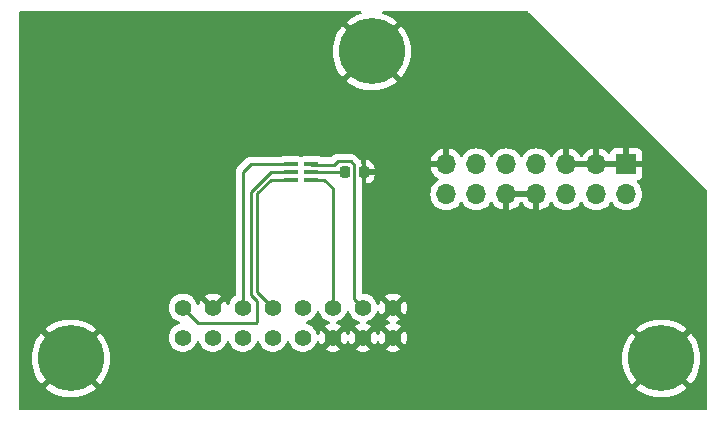
<source format=gbl>
G04 #@! TF.GenerationSoftware,KiCad,Pcbnew,7.0.8-7.0.8~ubuntu22.04.1*
G04 #@! TF.CreationDate,2024-01-26T15:51:07+01:00*
G04 #@! TF.ProjectId,rail,7261696c-2e6b-4696-9361-645f70636258,rev?*
G04 #@! TF.SameCoordinates,Original*
G04 #@! TF.FileFunction,Copper,L2,Bot*
G04 #@! TF.FilePolarity,Positive*
%FSLAX46Y46*%
G04 Gerber Fmt 4.6, Leading zero omitted, Abs format (unit mm)*
G04 Created by KiCad (PCBNEW 7.0.8-7.0.8~ubuntu22.04.1) date 2024-01-26 15:51:07*
%MOMM*%
%LPD*%
G01*
G04 APERTURE LIST*
G04 Aperture macros list*
%AMRoundRect*
0 Rectangle with rounded corners*
0 $1 Rounding radius*
0 $2 $3 $4 $5 $6 $7 $8 $9 X,Y pos of 4 corners*
0 Add a 4 corners polygon primitive as box body*
4,1,4,$2,$3,$4,$5,$6,$7,$8,$9,$2,$3,0*
0 Add four circle primitives for the rounded corners*
1,1,$1+$1,$2,$3*
1,1,$1+$1,$4,$5*
1,1,$1+$1,$6,$7*
1,1,$1+$1,$8,$9*
0 Add four rect primitives between the rounded corners*
20,1,$1+$1,$2,$3,$4,$5,0*
20,1,$1+$1,$4,$5,$6,$7,0*
20,1,$1+$1,$6,$7,$8,$9,0*
20,1,$1+$1,$8,$9,$2,$3,0*%
G04 Aperture macros list end*
G04 #@! TA.AperFunction,ComponentPad*
%ADD10C,3.600000*%
G04 #@! TD*
G04 #@! TA.AperFunction,ConnectorPad*
%ADD11C,5.600000*%
G04 #@! TD*
G04 #@! TA.AperFunction,ComponentPad*
%ADD12C,1.397000*%
G04 #@! TD*
G04 #@! TA.AperFunction,ComponentPad*
%ADD13R,1.700000X1.700000*%
G04 #@! TD*
G04 #@! TA.AperFunction,ComponentPad*
%ADD14O,1.700000X1.700000*%
G04 #@! TD*
G04 #@! TA.AperFunction,SMDPad,CuDef*
%ADD15R,1.157199X0.354800*%
G04 #@! TD*
G04 #@! TA.AperFunction,SMDPad,CuDef*
%ADD16RoundRect,0.218750X0.218750X0.256250X-0.218750X0.256250X-0.218750X-0.256250X0.218750X-0.256250X0*%
G04 #@! TD*
G04 #@! TA.AperFunction,ViaPad*
%ADD17C,0.800000*%
G04 #@! TD*
G04 #@! TA.AperFunction,Conductor*
%ADD18C,0.250000*%
G04 #@! TD*
G04 APERTURE END LIST*
D10*
X107850000Y-50700000D03*
D11*
X107850000Y-50700000D03*
D12*
X109630000Y-72400000D03*
X107090000Y-72400000D03*
X104550000Y-72400000D03*
X102010000Y-72400000D03*
X99470000Y-72400000D03*
X96930000Y-72400000D03*
X94390000Y-72400000D03*
X91850000Y-72400000D03*
X109630000Y-74940000D03*
X107090000Y-74940000D03*
X104550000Y-74940000D03*
X102010000Y-74940000D03*
X99470000Y-74940000D03*
X96930000Y-74940000D03*
X94390000Y-74940000D03*
X91850000Y-74940000D03*
D10*
X132350000Y-76700000D03*
D11*
X132350000Y-76700000D03*
D10*
X82350000Y-76700000D03*
D11*
X82350000Y-76700000D03*
D13*
X129390000Y-60260000D03*
D14*
X129390000Y-62800000D03*
X126850000Y-60260000D03*
X126850000Y-62800000D03*
X124310000Y-60260000D03*
X124310000Y-62800000D03*
X121770000Y-60260000D03*
X121770000Y-62800000D03*
X119230000Y-60260000D03*
X119230000Y-62800000D03*
X116690000Y-60260000D03*
X116690000Y-62800000D03*
X114150000Y-60260000D03*
X114150000Y-62800000D03*
D15*
X102726300Y-60250001D03*
X102726300Y-60900000D03*
X102726300Y-61549999D03*
X100973700Y-61549999D03*
X100973700Y-60900000D03*
X100973700Y-60250001D03*
D16*
X107137500Y-60900000D03*
X105562500Y-60900000D03*
D17*
X79650000Y-63800000D03*
X114350000Y-55200000D03*
X84650000Y-68800000D03*
X79650000Y-68800000D03*
X89650000Y-48800000D03*
X84650000Y-48800000D03*
X128550000Y-71200000D03*
X89650000Y-68800000D03*
X119350000Y-55200000D03*
X89650000Y-58800000D03*
X114350000Y-71100000D03*
X79650000Y-58800000D03*
X94650000Y-68800000D03*
X119350000Y-50200000D03*
X94650000Y-63800000D03*
X133550000Y-66200000D03*
X119350000Y-66100000D03*
X126750000Y-74500000D03*
X133550000Y-71200000D03*
X94650000Y-53800000D03*
X84650000Y-63800000D03*
X89650000Y-53800000D03*
X126750000Y-79500000D03*
X94650000Y-48800000D03*
X79650000Y-53800000D03*
X84650000Y-53800000D03*
X114350000Y-50200000D03*
X121750000Y-74500000D03*
X84650000Y-58800000D03*
X89650000Y-63800000D03*
X128550000Y-66200000D03*
X121750000Y-79500000D03*
X79650000Y-48800000D03*
X112550000Y-74400000D03*
X94650000Y-58800000D03*
D18*
X105562500Y-60900000D02*
X102726300Y-60900000D01*
X106050000Y-60000000D02*
X104950000Y-60000000D01*
X104950000Y-60000000D02*
X104650000Y-60300000D01*
X107090000Y-72400000D02*
X106350000Y-71660000D01*
X106350000Y-71660000D02*
X106350000Y-60300000D01*
X102776299Y-60300000D02*
X102726300Y-60250001D01*
X106350000Y-60300000D02*
X106050000Y-60000000D01*
X104650000Y-60300000D02*
X102776299Y-60300000D01*
X103799999Y-61549999D02*
X102726300Y-61549999D01*
X104550000Y-62300000D02*
X103799999Y-61549999D01*
X104550000Y-72400000D02*
X104550000Y-62300000D01*
X99470000Y-72400000D02*
X98150000Y-71080000D01*
X99300001Y-61549999D02*
X100973700Y-61549999D01*
X98150000Y-62700000D02*
X99300001Y-61549999D01*
X98150000Y-71080000D02*
X98150000Y-62700000D01*
X96930000Y-72400000D02*
X96930000Y-60920000D01*
X97599999Y-60250001D02*
X100973700Y-60250001D01*
X96930000Y-60920000D02*
X97599999Y-60250001D01*
X98150000Y-73600000D02*
X98150000Y-71800000D01*
X97650000Y-71300000D02*
X97650000Y-62563604D01*
X98150000Y-71800000D02*
X97650000Y-71300000D01*
X98050000Y-73700000D02*
X98150000Y-73600000D01*
X97650000Y-62563604D02*
X99313604Y-60900000D01*
X99313604Y-60900000D02*
X100973700Y-60900000D01*
X91850000Y-72400000D02*
X93150000Y-73700000D01*
X93150000Y-73700000D02*
X98050000Y-73700000D01*
G04 #@! TA.AperFunction,Conductor*
G36*
X103330562Y-72657601D02*
G01*
X103383749Y-72702911D01*
X103399266Y-72736890D01*
X103427174Y-72834979D01*
X103427180Y-72834994D01*
X103526222Y-73033896D01*
X103660133Y-73211224D01*
X103824344Y-73360921D01*
X103824346Y-73360923D01*
X104013266Y-73477897D01*
X104013272Y-73477900D01*
X104027544Y-73483429D01*
X104211367Y-73554642D01*
X104266766Y-73597214D01*
X104290357Y-73662981D01*
X104274646Y-73731061D01*
X104224622Y-73779840D01*
X104211365Y-73785894D01*
X104013506Y-73862545D01*
X104013494Y-73862551D01*
X103897760Y-73934208D01*
X104466602Y-74503049D01*
X104417501Y-74510450D01*
X104296776Y-74568588D01*
X104198550Y-74659728D01*
X104131553Y-74775772D01*
X104113093Y-74856645D01*
X103542210Y-74285762D01*
X103526651Y-74306367D01*
X103526646Y-74306374D01*
X103427649Y-74505186D01*
X103427644Y-74505199D01*
X103399526Y-74604024D01*
X103362246Y-74663117D01*
X103298937Y-74692674D01*
X103229697Y-74683312D01*
X103176511Y-74638002D01*
X103160994Y-74604023D01*
X103134370Y-74510450D01*
X103132824Y-74505016D01*
X103132818Y-74505004D01*
X103080198Y-74399329D01*
X103033778Y-74306104D01*
X102939433Y-74181171D01*
X102899866Y-74128775D01*
X102735655Y-73979078D01*
X102735653Y-73979076D01*
X102546733Y-73862102D01*
X102546727Y-73862100D01*
X102349322Y-73785624D01*
X102293925Y-73743054D01*
X102270334Y-73677287D01*
X102286045Y-73609207D01*
X102336069Y-73560428D01*
X102349308Y-73554380D01*
X102546730Y-73477899D01*
X102735655Y-73360922D01*
X102899868Y-73211222D01*
X103033778Y-73033896D01*
X103132824Y-72834984D01*
X103160734Y-72736889D01*
X103198013Y-72677796D01*
X103261323Y-72648239D01*
X103330562Y-72657601D01*
G37*
G04 #@! TD.AperFunction*
G04 #@! TA.AperFunction,Conductor*
G36*
X105870562Y-72657601D02*
G01*
X105923749Y-72702911D01*
X105939266Y-72736890D01*
X105967174Y-72834979D01*
X105967180Y-72834994D01*
X106066222Y-73033896D01*
X106200133Y-73211224D01*
X106364344Y-73360921D01*
X106364346Y-73360923D01*
X106553266Y-73477897D01*
X106553272Y-73477900D01*
X106567544Y-73483429D01*
X106751367Y-73554642D01*
X106806766Y-73597214D01*
X106830357Y-73662981D01*
X106814646Y-73731061D01*
X106764622Y-73779840D01*
X106751365Y-73785894D01*
X106553506Y-73862545D01*
X106553494Y-73862551D01*
X106437760Y-73934208D01*
X107006602Y-74503049D01*
X106957501Y-74510450D01*
X106836776Y-74568588D01*
X106738550Y-74659728D01*
X106671553Y-74775772D01*
X106653093Y-74856645D01*
X106082210Y-74285762D01*
X106066651Y-74306367D01*
X106066646Y-74306374D01*
X105967649Y-74505186D01*
X105967644Y-74505199D01*
X105939266Y-74604939D01*
X105901987Y-74664032D01*
X105838677Y-74693589D01*
X105769437Y-74684227D01*
X105716251Y-74638917D01*
X105700734Y-74604939D01*
X105672355Y-74505199D01*
X105672350Y-74505186D01*
X105573351Y-74306370D01*
X105573349Y-74306367D01*
X105557788Y-74285762D01*
X104989319Y-74854232D01*
X104988251Y-74839972D01*
X104939297Y-74715240D01*
X104855752Y-74610478D01*
X104745040Y-74534996D01*
X104635301Y-74501145D01*
X105202238Y-73934208D01*
X105086503Y-73862550D01*
X105086495Y-73862546D01*
X104888634Y-73785894D01*
X104833232Y-73743322D01*
X104809642Y-73677555D01*
X104825353Y-73609474D01*
X104875377Y-73560696D01*
X104888615Y-73554649D01*
X105086730Y-73477899D01*
X105275655Y-73360922D01*
X105439868Y-73211222D01*
X105573778Y-73033896D01*
X105672824Y-72834984D01*
X105700734Y-72736889D01*
X105738013Y-72677796D01*
X105801323Y-72648239D01*
X105870562Y-72657601D01*
G37*
G04 #@! TD.AperFunction*
G04 #@! TA.AperFunction,Conductor*
G36*
X109191749Y-72500028D02*
G01*
X109240703Y-72624760D01*
X109324248Y-72729522D01*
X109434960Y-72805004D01*
X109544698Y-72838854D01*
X108977760Y-73405790D01*
X108977761Y-73405791D01*
X109093488Y-73477445D01*
X109093495Y-73477449D01*
X109292058Y-73554373D01*
X109347460Y-73596946D01*
X109371050Y-73662713D01*
X109355339Y-73730794D01*
X109305315Y-73779572D01*
X109292058Y-73785627D01*
X109093497Y-73862549D01*
X109093494Y-73862551D01*
X108977760Y-73934208D01*
X109546602Y-74503049D01*
X109497501Y-74510450D01*
X109376776Y-74568588D01*
X109278550Y-74659728D01*
X109211553Y-74775772D01*
X109193093Y-74856645D01*
X108622210Y-74285762D01*
X108606651Y-74306367D01*
X108606646Y-74306374D01*
X108507649Y-74505186D01*
X108507644Y-74505199D01*
X108479266Y-74604939D01*
X108441987Y-74664032D01*
X108378677Y-74693589D01*
X108309437Y-74684227D01*
X108256251Y-74638917D01*
X108240734Y-74604939D01*
X108212355Y-74505199D01*
X108212350Y-74505186D01*
X108113351Y-74306370D01*
X108113349Y-74306367D01*
X108097788Y-74285762D01*
X107529319Y-74854232D01*
X107528251Y-74839972D01*
X107479297Y-74715240D01*
X107395752Y-74610478D01*
X107285040Y-74534996D01*
X107175301Y-74501145D01*
X107742238Y-73934208D01*
X107626503Y-73862550D01*
X107626495Y-73862546D01*
X107428634Y-73785894D01*
X107373232Y-73743322D01*
X107349642Y-73677555D01*
X107365353Y-73609474D01*
X107415377Y-73560696D01*
X107428615Y-73554649D01*
X107626730Y-73477899D01*
X107815655Y-73360922D01*
X107979868Y-73211222D01*
X108113778Y-73033896D01*
X108212824Y-72834984D01*
X108240994Y-72735975D01*
X108278273Y-72676883D01*
X108341583Y-72647325D01*
X108410822Y-72656687D01*
X108464009Y-72701997D01*
X108479526Y-72735975D01*
X108507644Y-72834800D01*
X108507649Y-72834813D01*
X108606646Y-73033626D01*
X108606651Y-73033634D01*
X108622209Y-73054235D01*
X109190680Y-72485766D01*
X109191749Y-72500028D01*
G37*
G04 #@! TD.AperFunction*
G04 #@! TA.AperFunction,Conductor*
G36*
X121310507Y-62590156D02*
G01*
X121270000Y-62728111D01*
X121270000Y-62871889D01*
X121310507Y-63009844D01*
X121336314Y-63050000D01*
X119663686Y-63050000D01*
X119689493Y-63009844D01*
X119730000Y-62871889D01*
X119730000Y-62728111D01*
X119689493Y-62590156D01*
X119663686Y-62550000D01*
X121336314Y-62550000D01*
X121310507Y-62590156D01*
G37*
G04 #@! TD.AperFunction*
G04 #@! TA.AperFunction,Conductor*
G36*
X126390507Y-60050156D02*
G01*
X126350000Y-60188111D01*
X126350000Y-60331889D01*
X126390507Y-60469844D01*
X126416314Y-60510000D01*
X124743686Y-60510000D01*
X124769493Y-60469844D01*
X124810000Y-60331889D01*
X124810000Y-60188111D01*
X124769493Y-60050156D01*
X124743686Y-60010000D01*
X126416314Y-60010000D01*
X126390507Y-60050156D01*
G37*
G04 #@! TD.AperFunction*
G04 #@! TA.AperFunction,Conductor*
G36*
X128930507Y-60050156D02*
G01*
X128890000Y-60188111D01*
X128890000Y-60331889D01*
X128930507Y-60469844D01*
X128956314Y-60510000D01*
X127283686Y-60510000D01*
X127309493Y-60469844D01*
X127350000Y-60331889D01*
X127350000Y-60188111D01*
X127309493Y-60050156D01*
X127283686Y-60010000D01*
X128956314Y-60010000D01*
X128930507Y-60050156D01*
G37*
G04 #@! TD.AperFunction*
G04 #@! TA.AperFunction,Conductor*
G36*
X106916454Y-47319685D02*
G01*
X106962209Y-47372489D01*
X106972153Y-47441647D01*
X106943128Y-47505203D01*
X106889008Y-47541509D01*
X106626744Y-47629876D01*
X106626739Y-47629877D01*
X106301990Y-47780123D01*
X105995370Y-47964609D01*
X105995367Y-47964611D01*
X105710491Y-48181166D01*
X105697256Y-48193703D01*
X105697255Y-48193703D01*
X106905819Y-49402266D01*
X106715130Y-49565130D01*
X106552266Y-49755818D01*
X105346442Y-48549994D01*
X105346441Y-48549995D01*
X105219040Y-48699983D01*
X105219033Y-48699993D01*
X105018218Y-48996172D01*
X104850606Y-49312322D01*
X104850597Y-49312340D01*
X104718149Y-49644760D01*
X104718147Y-49644767D01*
X104622421Y-49989542D01*
X104622415Y-49989568D01*
X104564527Y-50342668D01*
X104564526Y-50342685D01*
X104545153Y-50699997D01*
X104545153Y-50700002D01*
X104564526Y-51057314D01*
X104564527Y-51057331D01*
X104622415Y-51410431D01*
X104622421Y-51410457D01*
X104718147Y-51755232D01*
X104718149Y-51755239D01*
X104850597Y-52087659D01*
X104850606Y-52087677D01*
X105018218Y-52403827D01*
X105219033Y-52700007D01*
X105346441Y-52850003D01*
X105346442Y-52850004D01*
X106552266Y-51644180D01*
X106715130Y-51834870D01*
X106905818Y-51997732D01*
X105697255Y-53206295D01*
X105697256Y-53206296D01*
X105710485Y-53218828D01*
X105710486Y-53218829D01*
X105995367Y-53435388D01*
X105995370Y-53435390D01*
X106301990Y-53619876D01*
X106626739Y-53770122D01*
X106626744Y-53770123D01*
X106965855Y-53884383D01*
X107315339Y-53961311D01*
X107671075Y-53999999D01*
X107671085Y-54000000D01*
X108028915Y-54000000D01*
X108028924Y-53999999D01*
X108384660Y-53961311D01*
X108734144Y-53884383D01*
X109073255Y-53770123D01*
X109073260Y-53770122D01*
X109398009Y-53619876D01*
X109704629Y-53435390D01*
X109704632Y-53435388D01*
X109989504Y-53218836D01*
X110002742Y-53206294D01*
X108794180Y-51997733D01*
X108984870Y-51834870D01*
X109147733Y-51644180D01*
X110353556Y-52850003D01*
X110480964Y-52700008D01*
X110480975Y-52699994D01*
X110681781Y-52403827D01*
X110849393Y-52087677D01*
X110849402Y-52087659D01*
X110981850Y-51755239D01*
X110981852Y-51755232D01*
X111077578Y-51410457D01*
X111077584Y-51410431D01*
X111135472Y-51057331D01*
X111135473Y-51057314D01*
X111154847Y-50700002D01*
X111154847Y-50699997D01*
X111135473Y-50342685D01*
X111135472Y-50342668D01*
X111077584Y-49989568D01*
X111077578Y-49989542D01*
X110981852Y-49644767D01*
X110981850Y-49644760D01*
X110849402Y-49312340D01*
X110849393Y-49312322D01*
X110681781Y-48996172D01*
X110480966Y-48699992D01*
X110353557Y-48549995D01*
X110353556Y-48549994D01*
X109147732Y-49755818D01*
X108984870Y-49565130D01*
X108794180Y-49402266D01*
X110002743Y-48193703D01*
X110002742Y-48193702D01*
X109989514Y-48181171D01*
X109989513Y-48181170D01*
X109704632Y-47964611D01*
X109704629Y-47964609D01*
X109398009Y-47780123D01*
X109073260Y-47629877D01*
X109073255Y-47629876D01*
X108810992Y-47541509D01*
X108753747Y-47501449D01*
X108727247Y-47436800D01*
X108739907Y-47368086D01*
X108787706Y-47317125D01*
X108850585Y-47300000D01*
X120998638Y-47300000D01*
X121065677Y-47319685D01*
X121086319Y-47336319D01*
X136213681Y-62463681D01*
X136247166Y-62525004D01*
X136250000Y-62551362D01*
X136250000Y-80976000D01*
X136230315Y-81043039D01*
X136177511Y-81088794D01*
X136126000Y-81100000D01*
X78074000Y-81100000D01*
X78006961Y-81080315D01*
X77961206Y-81027511D01*
X77950000Y-80976000D01*
X77950000Y-76700002D01*
X79045153Y-76700002D01*
X79064526Y-77057314D01*
X79064527Y-77057331D01*
X79122415Y-77410431D01*
X79122421Y-77410457D01*
X79218147Y-77755232D01*
X79218149Y-77755239D01*
X79350597Y-78087659D01*
X79350606Y-78087677D01*
X79518218Y-78403827D01*
X79719033Y-78700007D01*
X79846441Y-78850003D01*
X79846442Y-78850004D01*
X81052266Y-77644180D01*
X81215130Y-77834870D01*
X81405818Y-77997732D01*
X80197255Y-79206295D01*
X80197256Y-79206296D01*
X80210485Y-79218828D01*
X80210486Y-79218829D01*
X80495367Y-79435388D01*
X80495370Y-79435390D01*
X80801990Y-79619876D01*
X81126739Y-79770122D01*
X81126744Y-79770123D01*
X81465855Y-79884383D01*
X81815339Y-79961311D01*
X82171075Y-79999999D01*
X82171085Y-80000000D01*
X82528915Y-80000000D01*
X82528924Y-79999999D01*
X82884660Y-79961311D01*
X83234144Y-79884383D01*
X83573255Y-79770123D01*
X83573260Y-79770122D01*
X83898009Y-79619876D01*
X84204629Y-79435390D01*
X84204632Y-79435388D01*
X84489504Y-79218836D01*
X84502742Y-79206294D01*
X83294180Y-77997733D01*
X83484870Y-77834870D01*
X83647733Y-77644180D01*
X84853556Y-78850003D01*
X84980964Y-78700008D01*
X84980975Y-78699994D01*
X85181781Y-78403827D01*
X85349393Y-78087677D01*
X85349402Y-78087659D01*
X85481850Y-77755239D01*
X85481852Y-77755232D01*
X85577578Y-77410457D01*
X85577584Y-77410431D01*
X85635472Y-77057331D01*
X85635473Y-77057314D01*
X85654847Y-76700002D01*
X129045153Y-76700002D01*
X129064526Y-77057314D01*
X129064527Y-77057331D01*
X129122415Y-77410431D01*
X129122421Y-77410457D01*
X129218147Y-77755232D01*
X129218149Y-77755239D01*
X129350597Y-78087659D01*
X129350606Y-78087677D01*
X129518218Y-78403827D01*
X129719033Y-78700007D01*
X129846441Y-78850003D01*
X129846442Y-78850004D01*
X131052266Y-77644180D01*
X131215130Y-77834870D01*
X131405818Y-77997732D01*
X130197255Y-79206295D01*
X130197256Y-79206296D01*
X130210485Y-79218828D01*
X130210486Y-79218829D01*
X130495367Y-79435388D01*
X130495370Y-79435390D01*
X130801990Y-79619876D01*
X131126739Y-79770122D01*
X131126744Y-79770123D01*
X131465855Y-79884383D01*
X131815339Y-79961311D01*
X132171075Y-79999999D01*
X132171085Y-80000000D01*
X132528915Y-80000000D01*
X132528924Y-79999999D01*
X132884660Y-79961311D01*
X133234144Y-79884383D01*
X133573255Y-79770123D01*
X133573260Y-79770122D01*
X133898009Y-79619876D01*
X134204629Y-79435390D01*
X134204632Y-79435388D01*
X134489504Y-79218836D01*
X134502742Y-79206294D01*
X133294180Y-77997733D01*
X133484870Y-77834870D01*
X133647733Y-77644180D01*
X134853556Y-78850003D01*
X134980964Y-78700008D01*
X134980975Y-78699994D01*
X135181781Y-78403827D01*
X135349393Y-78087677D01*
X135349402Y-78087659D01*
X135481850Y-77755239D01*
X135481852Y-77755232D01*
X135577578Y-77410457D01*
X135577584Y-77410431D01*
X135635472Y-77057331D01*
X135635473Y-77057314D01*
X135654847Y-76700002D01*
X135654847Y-76699997D01*
X135635473Y-76342685D01*
X135635472Y-76342668D01*
X135577584Y-75989568D01*
X135577578Y-75989542D01*
X135481852Y-75644767D01*
X135481850Y-75644760D01*
X135349402Y-75312340D01*
X135349393Y-75312322D01*
X135181781Y-74996172D01*
X134980966Y-74699992D01*
X134853557Y-74549995D01*
X134853556Y-74549994D01*
X133647732Y-75755818D01*
X133484870Y-75565130D01*
X133294180Y-75402266D01*
X134502743Y-74193703D01*
X134502742Y-74193702D01*
X134489514Y-74181171D01*
X134489513Y-74181170D01*
X134204632Y-73964611D01*
X134204629Y-73964609D01*
X133898009Y-73780123D01*
X133573260Y-73629877D01*
X133573255Y-73629876D01*
X133234144Y-73515616D01*
X132884660Y-73438688D01*
X132528924Y-73400000D01*
X132171075Y-73400000D01*
X131815339Y-73438688D01*
X131465855Y-73515616D01*
X131126744Y-73629876D01*
X131126739Y-73629877D01*
X130801990Y-73780123D01*
X130495370Y-73964609D01*
X130495367Y-73964611D01*
X130210491Y-74181166D01*
X130197256Y-74193703D01*
X130197255Y-74193703D01*
X131405819Y-75402266D01*
X131215130Y-75565130D01*
X131052266Y-75755818D01*
X129846442Y-74549994D01*
X129846441Y-74549995D01*
X129719040Y-74699983D01*
X129719033Y-74699993D01*
X129518218Y-74996172D01*
X129350606Y-75312322D01*
X129350597Y-75312340D01*
X129218149Y-75644760D01*
X129218147Y-75644767D01*
X129122421Y-75989542D01*
X129122415Y-75989568D01*
X129064527Y-76342668D01*
X129064526Y-76342685D01*
X129045153Y-76699997D01*
X129045153Y-76700002D01*
X85654847Y-76700002D01*
X85654847Y-76699997D01*
X85635473Y-76342685D01*
X85635472Y-76342668D01*
X85577584Y-75989568D01*
X85577578Y-75989542D01*
X85481852Y-75644767D01*
X85481850Y-75644760D01*
X85349402Y-75312340D01*
X85349393Y-75312322D01*
X85181781Y-74996172D01*
X85143695Y-74940000D01*
X90645863Y-74940000D01*
X90666365Y-75161259D01*
X90666366Y-75161261D01*
X90727174Y-75374979D01*
X90727180Y-75374994D01*
X90826222Y-75573896D01*
X90960133Y-75751224D01*
X91124344Y-75900921D01*
X91124346Y-75900923D01*
X91313266Y-76017897D01*
X91313272Y-76017900D01*
X91342206Y-76029109D01*
X91520472Y-76098170D01*
X91738896Y-76139000D01*
X91738899Y-76139000D01*
X91961101Y-76139000D01*
X91961104Y-76139000D01*
X92179528Y-76098170D01*
X92386730Y-76017899D01*
X92575655Y-75900922D01*
X92739868Y-75751222D01*
X92873778Y-75573896D01*
X92972824Y-75374984D01*
X93000734Y-75276889D01*
X93038013Y-75217796D01*
X93101323Y-75188239D01*
X93170562Y-75197601D01*
X93223749Y-75242911D01*
X93239266Y-75276890D01*
X93267174Y-75374979D01*
X93267180Y-75374994D01*
X93366222Y-75573896D01*
X93500133Y-75751224D01*
X93664344Y-75900921D01*
X93664346Y-75900923D01*
X93853266Y-76017897D01*
X93853272Y-76017900D01*
X93882206Y-76029109D01*
X94060472Y-76098170D01*
X94278896Y-76139000D01*
X94278899Y-76139000D01*
X94501101Y-76139000D01*
X94501104Y-76139000D01*
X94719528Y-76098170D01*
X94926730Y-76017899D01*
X95115655Y-75900922D01*
X95279868Y-75751222D01*
X95413778Y-75573896D01*
X95512824Y-75374984D01*
X95540734Y-75276889D01*
X95578013Y-75217796D01*
X95641323Y-75188239D01*
X95710562Y-75197601D01*
X95763749Y-75242911D01*
X95779266Y-75276890D01*
X95807174Y-75374979D01*
X95807180Y-75374994D01*
X95906222Y-75573896D01*
X96040133Y-75751224D01*
X96204344Y-75900921D01*
X96204346Y-75900923D01*
X96393266Y-76017897D01*
X96393272Y-76017900D01*
X96422206Y-76029109D01*
X96600472Y-76098170D01*
X96818896Y-76139000D01*
X96818899Y-76139000D01*
X97041101Y-76139000D01*
X97041104Y-76139000D01*
X97259528Y-76098170D01*
X97466730Y-76017899D01*
X97655655Y-75900922D01*
X97819868Y-75751222D01*
X97953778Y-75573896D01*
X98052824Y-75374984D01*
X98080734Y-75276889D01*
X98118013Y-75217796D01*
X98181323Y-75188239D01*
X98250562Y-75197601D01*
X98303749Y-75242911D01*
X98319266Y-75276890D01*
X98347174Y-75374979D01*
X98347180Y-75374994D01*
X98446222Y-75573896D01*
X98580133Y-75751224D01*
X98744344Y-75900921D01*
X98744346Y-75900923D01*
X98933266Y-76017897D01*
X98933272Y-76017900D01*
X98962206Y-76029109D01*
X99140472Y-76098170D01*
X99358896Y-76139000D01*
X99358899Y-76139000D01*
X99581101Y-76139000D01*
X99581104Y-76139000D01*
X99799528Y-76098170D01*
X100006730Y-76017899D01*
X100195655Y-75900922D01*
X100359868Y-75751222D01*
X100493778Y-75573896D01*
X100592824Y-75374984D01*
X100620734Y-75276889D01*
X100658013Y-75217796D01*
X100721323Y-75188239D01*
X100790562Y-75197601D01*
X100843749Y-75242911D01*
X100859266Y-75276890D01*
X100887174Y-75374979D01*
X100887180Y-75374994D01*
X100986222Y-75573896D01*
X101120133Y-75751224D01*
X101284344Y-75900921D01*
X101284346Y-75900923D01*
X101473266Y-76017897D01*
X101473272Y-76017900D01*
X101502206Y-76029109D01*
X101680472Y-76098170D01*
X101898896Y-76139000D01*
X101898899Y-76139000D01*
X102121101Y-76139000D01*
X102121104Y-76139000D01*
X102339528Y-76098170D01*
X102546730Y-76017899D01*
X102735655Y-75900922D01*
X102899868Y-75751222D01*
X103033778Y-75573896D01*
X103132824Y-75374984D01*
X103160994Y-75275975D01*
X103198273Y-75216883D01*
X103261583Y-75187325D01*
X103330822Y-75196687D01*
X103384009Y-75241997D01*
X103399526Y-75275975D01*
X103427644Y-75374800D01*
X103427649Y-75374813D01*
X103526646Y-75573626D01*
X103526651Y-75573634D01*
X103542209Y-75594235D01*
X104110680Y-75025766D01*
X104111749Y-75040028D01*
X104160703Y-75164760D01*
X104244248Y-75269522D01*
X104354960Y-75345004D01*
X104464698Y-75378854D01*
X103897760Y-75945790D01*
X103897761Y-75945791D01*
X104013488Y-76017445D01*
X104013495Y-76017449D01*
X104220607Y-76097684D01*
X104438945Y-76138500D01*
X104661055Y-76138500D01*
X104879392Y-76097684D01*
X105086503Y-76017450D01*
X105086509Y-76017447D01*
X105202237Y-75945791D01*
X105202238Y-75945790D01*
X104633398Y-75376950D01*
X104682499Y-75369550D01*
X104803224Y-75311412D01*
X104901450Y-75220272D01*
X104968447Y-75104228D01*
X104986906Y-75023353D01*
X105557788Y-75594235D01*
X105557789Y-75594235D01*
X105573349Y-75573632D01*
X105573350Y-75573629D01*
X105672350Y-75374813D01*
X105672356Y-75374798D01*
X105700734Y-75275061D01*
X105738013Y-75215967D01*
X105801323Y-75186410D01*
X105870562Y-75195772D01*
X105923749Y-75241082D01*
X105939266Y-75275061D01*
X105967643Y-75374798D01*
X105967649Y-75374813D01*
X106066646Y-75573626D01*
X106066651Y-75573634D01*
X106082209Y-75594235D01*
X106650680Y-75025766D01*
X106651749Y-75040028D01*
X106700703Y-75164760D01*
X106784248Y-75269522D01*
X106894960Y-75345004D01*
X107004698Y-75378854D01*
X106437760Y-75945790D01*
X106437761Y-75945791D01*
X106553488Y-76017445D01*
X106553495Y-76017449D01*
X106760607Y-76097684D01*
X106978945Y-76138500D01*
X107201055Y-76138500D01*
X107419392Y-76097684D01*
X107626503Y-76017450D01*
X107626509Y-76017447D01*
X107742237Y-75945791D01*
X107742238Y-75945790D01*
X107173398Y-75376950D01*
X107222499Y-75369550D01*
X107343224Y-75311412D01*
X107441450Y-75220272D01*
X107508447Y-75104228D01*
X107526906Y-75023353D01*
X108097788Y-75594235D01*
X108097789Y-75594235D01*
X108113349Y-75573632D01*
X108113350Y-75573629D01*
X108212350Y-75374813D01*
X108212356Y-75374798D01*
X108240734Y-75275061D01*
X108278013Y-75215967D01*
X108341323Y-75186410D01*
X108410562Y-75195772D01*
X108463749Y-75241082D01*
X108479266Y-75275061D01*
X108507643Y-75374798D01*
X108507649Y-75374813D01*
X108606646Y-75573626D01*
X108606651Y-75573634D01*
X108622209Y-75594235D01*
X109190680Y-75025766D01*
X109191749Y-75040028D01*
X109240703Y-75164760D01*
X109324248Y-75269522D01*
X109434960Y-75345004D01*
X109544698Y-75378854D01*
X108977760Y-75945790D01*
X108977761Y-75945791D01*
X109093488Y-76017445D01*
X109093495Y-76017449D01*
X109300607Y-76097684D01*
X109518945Y-76138500D01*
X109741055Y-76138500D01*
X109959392Y-76097684D01*
X110166503Y-76017450D01*
X110166509Y-76017447D01*
X110282237Y-75945791D01*
X110282238Y-75945790D01*
X109713398Y-75376950D01*
X109762499Y-75369550D01*
X109883224Y-75311412D01*
X109981450Y-75220272D01*
X110048447Y-75104228D01*
X110066906Y-75023353D01*
X110637788Y-75594235D01*
X110637789Y-75594235D01*
X110653349Y-75573632D01*
X110653350Y-75573629D01*
X110752350Y-75374813D01*
X110752356Y-75374798D01*
X110813139Y-75161168D01*
X110813140Y-75161166D01*
X110833634Y-74940000D01*
X110833634Y-74939999D01*
X110813140Y-74718833D01*
X110813139Y-74718831D01*
X110752356Y-74505201D01*
X110752350Y-74505186D01*
X110653351Y-74306370D01*
X110653349Y-74306367D01*
X110637788Y-74285762D01*
X110069319Y-74854232D01*
X110068251Y-74839972D01*
X110019297Y-74715240D01*
X109935752Y-74610478D01*
X109825040Y-74534996D01*
X109715301Y-74501145D01*
X110282238Y-73934208D01*
X110166503Y-73862550D01*
X110166504Y-73862550D01*
X109967941Y-73785627D01*
X109912540Y-73743054D01*
X109888949Y-73677287D01*
X109904660Y-73609207D01*
X109954684Y-73560428D01*
X109967941Y-73554373D01*
X110166503Y-73477450D01*
X110166509Y-73477447D01*
X110282237Y-73405791D01*
X110282238Y-73405790D01*
X109713398Y-72836950D01*
X109762499Y-72829550D01*
X109883224Y-72771412D01*
X109981450Y-72680272D01*
X110048447Y-72564228D01*
X110066906Y-72483353D01*
X110637788Y-73054235D01*
X110637789Y-73054235D01*
X110653349Y-73033632D01*
X110653350Y-73033629D01*
X110752350Y-72834813D01*
X110752356Y-72834798D01*
X110813139Y-72621168D01*
X110813140Y-72621166D01*
X110833634Y-72400000D01*
X110833634Y-72399999D01*
X110813140Y-72178833D01*
X110813139Y-72178831D01*
X110752356Y-71965201D01*
X110752350Y-71965186D01*
X110653351Y-71766370D01*
X110653349Y-71766367D01*
X110637788Y-71745762D01*
X110069319Y-72314232D01*
X110068251Y-72299972D01*
X110019297Y-72175240D01*
X109935752Y-72070478D01*
X109825040Y-71994996D01*
X109715301Y-71961145D01*
X110282238Y-71394208D01*
X110166503Y-71322550D01*
X110166504Y-71322550D01*
X109959392Y-71242315D01*
X109741055Y-71201500D01*
X109518945Y-71201500D01*
X109300607Y-71242315D01*
X109093497Y-71322549D01*
X109093494Y-71322551D01*
X108977760Y-71394208D01*
X109546602Y-71963049D01*
X109497501Y-71970450D01*
X109376776Y-72028588D01*
X109278550Y-72119728D01*
X109211553Y-72235772D01*
X109193093Y-72316645D01*
X108622210Y-71745762D01*
X108606651Y-71766367D01*
X108606646Y-71766374D01*
X108507649Y-71965186D01*
X108507644Y-71965199D01*
X108479526Y-72064024D01*
X108442246Y-72123117D01*
X108378937Y-72152674D01*
X108309697Y-72143312D01*
X108256511Y-72098002D01*
X108240994Y-72064023D01*
X108235993Y-72046447D01*
X108212824Y-71965016D01*
X108113778Y-71766104D01*
X108039538Y-71667794D01*
X107979866Y-71588775D01*
X107815655Y-71439078D01*
X107815653Y-71439076D01*
X107626733Y-71322102D01*
X107626727Y-71322099D01*
X107519080Y-71280397D01*
X107419528Y-71241830D01*
X107201104Y-71201000D01*
X107099500Y-71201000D01*
X107032461Y-71181315D01*
X106986706Y-71128511D01*
X106975500Y-71077000D01*
X106975500Y-62800000D01*
X112794341Y-62800000D01*
X112814936Y-63035403D01*
X112814938Y-63035413D01*
X112876094Y-63263655D01*
X112876096Y-63263659D01*
X112876097Y-63263663D01*
X112955801Y-63434588D01*
X112975965Y-63477830D01*
X112975967Y-63477834D01*
X113084281Y-63632521D01*
X113111505Y-63671401D01*
X113278599Y-63838495D01*
X113375384Y-63906265D01*
X113472165Y-63974032D01*
X113472167Y-63974033D01*
X113472170Y-63974035D01*
X113686337Y-64073903D01*
X113914592Y-64135063D01*
X114102918Y-64151539D01*
X114149999Y-64155659D01*
X114150000Y-64155659D01*
X114150001Y-64155659D01*
X114189234Y-64152226D01*
X114385408Y-64135063D01*
X114613663Y-64073903D01*
X114827830Y-63974035D01*
X115021401Y-63838495D01*
X115188495Y-63671401D01*
X115318425Y-63485842D01*
X115373002Y-63442217D01*
X115442500Y-63435023D01*
X115504855Y-63466546D01*
X115521575Y-63485842D01*
X115651500Y-63671395D01*
X115651505Y-63671401D01*
X115818599Y-63838495D01*
X115915384Y-63906265D01*
X116012165Y-63974032D01*
X116012167Y-63974033D01*
X116012170Y-63974035D01*
X116226337Y-64073903D01*
X116454592Y-64135063D01*
X116642918Y-64151539D01*
X116689999Y-64155659D01*
X116690000Y-64155659D01*
X116690001Y-64155659D01*
X116729234Y-64152226D01*
X116925408Y-64135063D01*
X117153663Y-64073903D01*
X117367830Y-63974035D01*
X117561401Y-63838495D01*
X117728495Y-63671401D01*
X117858730Y-63485405D01*
X117913307Y-63441781D01*
X117982805Y-63434587D01*
X118045160Y-63466110D01*
X118061879Y-63485405D01*
X118191890Y-63671078D01*
X118358917Y-63838105D01*
X118552421Y-63973600D01*
X118766507Y-64073429D01*
X118766516Y-64073433D01*
X118980000Y-64130634D01*
X118980000Y-63235501D01*
X119087685Y-63284680D01*
X119194237Y-63300000D01*
X119265763Y-63300000D01*
X119372315Y-63284680D01*
X119480000Y-63235501D01*
X119480000Y-64130633D01*
X119693483Y-64073433D01*
X119693492Y-64073429D01*
X119907578Y-63973600D01*
X120101082Y-63838105D01*
X120268105Y-63671082D01*
X120398425Y-63484968D01*
X120453002Y-63441344D01*
X120522501Y-63434151D01*
X120584855Y-63465673D01*
X120601575Y-63484968D01*
X120731894Y-63671082D01*
X120898917Y-63838105D01*
X121092421Y-63973600D01*
X121306507Y-64073429D01*
X121306516Y-64073433D01*
X121520000Y-64130634D01*
X121520000Y-63235501D01*
X121627685Y-63284680D01*
X121734237Y-63300000D01*
X121805763Y-63300000D01*
X121912315Y-63284680D01*
X122020000Y-63235501D01*
X122020000Y-64130633D01*
X122233483Y-64073433D01*
X122233492Y-64073429D01*
X122447578Y-63973600D01*
X122641082Y-63838105D01*
X122808105Y-63671082D01*
X122938119Y-63485405D01*
X122992696Y-63441781D01*
X123062195Y-63434588D01*
X123124549Y-63466110D01*
X123141269Y-63485405D01*
X123271505Y-63671401D01*
X123438599Y-63838495D01*
X123535384Y-63906265D01*
X123632165Y-63974032D01*
X123632167Y-63974033D01*
X123632170Y-63974035D01*
X123846337Y-64073903D01*
X124074592Y-64135063D01*
X124262918Y-64151539D01*
X124309999Y-64155659D01*
X124310000Y-64155659D01*
X124310001Y-64155659D01*
X124349234Y-64152226D01*
X124545408Y-64135063D01*
X124773663Y-64073903D01*
X124987830Y-63974035D01*
X125181401Y-63838495D01*
X125348495Y-63671401D01*
X125478425Y-63485842D01*
X125533002Y-63442217D01*
X125602500Y-63435023D01*
X125664855Y-63466546D01*
X125681575Y-63485842D01*
X125811500Y-63671395D01*
X125811505Y-63671401D01*
X125978599Y-63838495D01*
X126075384Y-63906265D01*
X126172165Y-63974032D01*
X126172167Y-63974033D01*
X126172170Y-63974035D01*
X126386337Y-64073903D01*
X126614592Y-64135063D01*
X126802918Y-64151539D01*
X126849999Y-64155659D01*
X126850000Y-64155659D01*
X126850001Y-64155659D01*
X126889234Y-64152226D01*
X127085408Y-64135063D01*
X127313663Y-64073903D01*
X127527830Y-63974035D01*
X127721401Y-63838495D01*
X127888495Y-63671401D01*
X128018425Y-63485842D01*
X128073002Y-63442217D01*
X128142500Y-63435023D01*
X128204855Y-63466546D01*
X128221575Y-63485842D01*
X128351500Y-63671395D01*
X128351505Y-63671401D01*
X128518599Y-63838495D01*
X128615384Y-63906265D01*
X128712165Y-63974032D01*
X128712167Y-63974033D01*
X128712170Y-63974035D01*
X128926337Y-64073903D01*
X129154592Y-64135063D01*
X129342918Y-64151539D01*
X129389999Y-64155659D01*
X129390000Y-64155659D01*
X129390001Y-64155659D01*
X129429234Y-64152226D01*
X129625408Y-64135063D01*
X129853663Y-64073903D01*
X130067830Y-63974035D01*
X130261401Y-63838495D01*
X130428495Y-63671401D01*
X130564035Y-63477830D01*
X130663903Y-63263663D01*
X130725063Y-63035408D01*
X130745659Y-62800000D01*
X130725063Y-62564592D01*
X130672152Y-62367122D01*
X130663905Y-62336344D01*
X130663904Y-62336343D01*
X130663903Y-62336337D01*
X130564035Y-62122171D01*
X130558730Y-62114595D01*
X130428496Y-61928600D01*
X130368309Y-61868413D01*
X130306179Y-61806283D01*
X130272696Y-61744963D01*
X130277680Y-61675271D01*
X130319551Y-61619337D01*
X130350529Y-61602422D01*
X130482086Y-61553354D01*
X130482093Y-61553350D01*
X130597187Y-61467190D01*
X130597190Y-61467187D01*
X130683350Y-61352093D01*
X130683354Y-61352086D01*
X130733596Y-61217379D01*
X130733598Y-61217372D01*
X130739999Y-61157844D01*
X130740000Y-61157827D01*
X130740000Y-60510000D01*
X129823686Y-60510000D01*
X129849493Y-60469844D01*
X129890000Y-60331889D01*
X129890000Y-60188111D01*
X129849493Y-60050156D01*
X129823686Y-60010000D01*
X130740000Y-60010000D01*
X130740000Y-59362172D01*
X130739999Y-59362155D01*
X130733598Y-59302627D01*
X130733596Y-59302620D01*
X130683354Y-59167913D01*
X130683350Y-59167906D01*
X130597190Y-59052812D01*
X130597187Y-59052809D01*
X130482093Y-58966649D01*
X130482086Y-58966645D01*
X130347379Y-58916403D01*
X130347372Y-58916401D01*
X130287844Y-58910000D01*
X129640000Y-58910000D01*
X129640000Y-59824498D01*
X129532315Y-59775320D01*
X129425763Y-59760000D01*
X129354237Y-59760000D01*
X129247685Y-59775320D01*
X129140000Y-59824498D01*
X129140000Y-58910000D01*
X128492155Y-58910000D01*
X128432627Y-58916401D01*
X128432620Y-58916403D01*
X128297913Y-58966645D01*
X128297906Y-58966649D01*
X128182812Y-59052809D01*
X128182809Y-59052812D01*
X128096649Y-59167906D01*
X128096646Y-59167911D01*
X128047385Y-59299987D01*
X128005513Y-59355920D01*
X127940049Y-59380337D01*
X127871776Y-59365485D01*
X127843522Y-59344334D01*
X127721082Y-59221894D01*
X127527578Y-59086399D01*
X127313492Y-58986570D01*
X127313486Y-58986567D01*
X127100000Y-58929364D01*
X127100000Y-59824498D01*
X126992315Y-59775320D01*
X126885763Y-59760000D01*
X126814237Y-59760000D01*
X126707685Y-59775320D01*
X126600000Y-59824498D01*
X126600000Y-58929364D01*
X126599999Y-58929364D01*
X126386513Y-58986567D01*
X126386507Y-58986570D01*
X126172422Y-59086399D01*
X126172420Y-59086400D01*
X125978926Y-59221886D01*
X125978920Y-59221891D01*
X125811891Y-59388920D01*
X125811890Y-59388922D01*
X125681575Y-59575031D01*
X125626998Y-59618655D01*
X125557499Y-59625848D01*
X125495145Y-59594326D01*
X125478425Y-59575031D01*
X125348109Y-59388922D01*
X125348108Y-59388920D01*
X125181082Y-59221894D01*
X124987578Y-59086399D01*
X124773492Y-58986570D01*
X124773486Y-58986567D01*
X124560000Y-58929364D01*
X124560000Y-59824498D01*
X124452315Y-59775320D01*
X124345763Y-59760000D01*
X124274237Y-59760000D01*
X124167685Y-59775320D01*
X124060000Y-59824498D01*
X124060000Y-58929364D01*
X124059999Y-58929364D01*
X123846513Y-58986567D01*
X123846507Y-58986570D01*
X123632422Y-59086399D01*
X123632420Y-59086400D01*
X123438926Y-59221886D01*
X123438920Y-59221891D01*
X123271891Y-59388920D01*
X123271890Y-59388922D01*
X123141880Y-59574595D01*
X123087303Y-59618219D01*
X123017804Y-59625412D01*
X122955450Y-59593890D01*
X122938730Y-59574594D01*
X122808494Y-59388597D01*
X122641402Y-59221506D01*
X122641395Y-59221501D01*
X122447834Y-59085967D01*
X122447830Y-59085965D01*
X122376727Y-59052809D01*
X122233663Y-58986097D01*
X122233659Y-58986096D01*
X122233655Y-58986094D01*
X122005413Y-58924938D01*
X122005403Y-58924936D01*
X121770001Y-58904341D01*
X121769999Y-58904341D01*
X121534596Y-58924936D01*
X121534586Y-58924938D01*
X121306344Y-58986094D01*
X121306335Y-58986098D01*
X121092171Y-59085964D01*
X121092169Y-59085965D01*
X120898597Y-59221505D01*
X120731505Y-59388597D01*
X120601575Y-59574158D01*
X120546998Y-59617783D01*
X120477500Y-59624977D01*
X120415145Y-59593454D01*
X120398425Y-59574158D01*
X120268494Y-59388597D01*
X120101402Y-59221506D01*
X120101395Y-59221501D01*
X119907834Y-59085967D01*
X119907830Y-59085965D01*
X119836727Y-59052809D01*
X119693663Y-58986097D01*
X119693659Y-58986096D01*
X119693655Y-58986094D01*
X119465413Y-58924938D01*
X119465403Y-58924936D01*
X119230001Y-58904341D01*
X119229999Y-58904341D01*
X118994596Y-58924936D01*
X118994586Y-58924938D01*
X118766344Y-58986094D01*
X118766335Y-58986098D01*
X118552171Y-59085964D01*
X118552169Y-59085965D01*
X118358597Y-59221505D01*
X118191505Y-59388597D01*
X118061575Y-59574158D01*
X118006998Y-59617783D01*
X117937500Y-59624977D01*
X117875145Y-59593454D01*
X117858425Y-59574158D01*
X117728494Y-59388597D01*
X117561402Y-59221506D01*
X117561395Y-59221501D01*
X117367834Y-59085967D01*
X117367830Y-59085965D01*
X117296727Y-59052809D01*
X117153663Y-58986097D01*
X117153659Y-58986096D01*
X117153655Y-58986094D01*
X116925413Y-58924938D01*
X116925403Y-58924936D01*
X116690001Y-58904341D01*
X116689999Y-58904341D01*
X116454596Y-58924936D01*
X116454586Y-58924938D01*
X116226344Y-58986094D01*
X116226335Y-58986098D01*
X116012171Y-59085964D01*
X116012169Y-59085965D01*
X115818597Y-59221505D01*
X115651508Y-59388594D01*
X115521269Y-59574595D01*
X115466692Y-59618219D01*
X115397193Y-59625412D01*
X115334839Y-59593890D01*
X115318119Y-59574594D01*
X115188113Y-59388926D01*
X115188108Y-59388920D01*
X115021082Y-59221894D01*
X114827578Y-59086399D01*
X114613492Y-58986570D01*
X114613486Y-58986567D01*
X114400000Y-58929364D01*
X114400000Y-59824498D01*
X114292315Y-59775320D01*
X114185763Y-59760000D01*
X114114237Y-59760000D01*
X114007685Y-59775320D01*
X113900000Y-59824498D01*
X113900000Y-58929364D01*
X113899999Y-58929364D01*
X113686513Y-58986567D01*
X113686507Y-58986570D01*
X113472422Y-59086399D01*
X113472420Y-59086400D01*
X113278926Y-59221886D01*
X113278920Y-59221891D01*
X113111891Y-59388920D01*
X113111886Y-59388926D01*
X112976400Y-59582420D01*
X112976399Y-59582422D01*
X112876570Y-59796507D01*
X112876567Y-59796513D01*
X112819364Y-60009999D01*
X112819364Y-60010000D01*
X113716314Y-60010000D01*
X113690507Y-60050156D01*
X113650000Y-60188111D01*
X113650000Y-60331889D01*
X113690507Y-60469844D01*
X113716314Y-60510000D01*
X112819364Y-60510000D01*
X112876567Y-60723486D01*
X112876570Y-60723492D01*
X112976399Y-60937578D01*
X113111894Y-61131082D01*
X113278917Y-61298105D01*
X113464595Y-61428119D01*
X113508219Y-61482696D01*
X113515412Y-61552195D01*
X113483890Y-61614549D01*
X113464595Y-61631269D01*
X113278594Y-61761508D01*
X113111505Y-61928597D01*
X112975965Y-62122169D01*
X112975964Y-62122171D01*
X112876098Y-62336335D01*
X112876094Y-62336344D01*
X112814938Y-62564586D01*
X112814936Y-62564596D01*
X112794341Y-62799999D01*
X112794341Y-62800000D01*
X106975500Y-62800000D01*
X106975500Y-61150000D01*
X107387500Y-61150000D01*
X107387500Y-61874999D01*
X107404136Y-61874999D01*
X107404152Y-61874998D01*
X107502583Y-61864943D01*
X107662072Y-61812093D01*
X107662077Y-61812091D01*
X107805080Y-61723885D01*
X107923885Y-61605080D01*
X108012091Y-61462077D01*
X108012093Y-61462072D01*
X108064942Y-61302583D01*
X108074999Y-61204150D01*
X108075000Y-61204137D01*
X108075000Y-61150000D01*
X107387500Y-61150000D01*
X106975500Y-61150000D01*
X106975500Y-60382738D01*
X106977224Y-60367124D01*
X106976938Y-60367097D01*
X106977672Y-60359334D01*
X106975500Y-60290203D01*
X106975500Y-60260651D01*
X106975500Y-60260650D01*
X106974629Y-60253759D01*
X106974172Y-60247945D01*
X106972709Y-60201372D01*
X106967122Y-60182144D01*
X106963174Y-60163084D01*
X106960663Y-60143204D01*
X106943512Y-60099887D01*
X106941619Y-60094358D01*
X106928618Y-60049610D01*
X106918416Y-60032360D01*
X106909865Y-60014906D01*
X106902486Y-59996268D01*
X106902483Y-59996264D01*
X106899613Y-59989014D01*
X106900699Y-59988583D01*
X106887500Y-59937171D01*
X106887500Y-59925000D01*
X107387500Y-59925000D01*
X107387500Y-60650000D01*
X108074999Y-60650000D01*
X108074999Y-60595864D01*
X108074998Y-60595847D01*
X108064943Y-60497416D01*
X108012093Y-60337927D01*
X108012091Y-60337922D01*
X107923885Y-60194919D01*
X107805080Y-60076114D01*
X107662077Y-59987908D01*
X107662072Y-59987906D01*
X107502583Y-59935057D01*
X107404150Y-59925000D01*
X107387500Y-59925000D01*
X106887500Y-59925000D01*
X106887500Y-59924999D01*
X106876528Y-59914028D01*
X106846852Y-59905316D01*
X106813568Y-59873883D01*
X106809594Y-59868413D01*
X106773690Y-59838711D01*
X106769367Y-59834777D01*
X106550802Y-59616211D01*
X106540981Y-59603952D01*
X106540760Y-59604135D01*
X106535788Y-59598125D01*
X106510730Y-59574594D01*
X106485363Y-59550772D01*
X106474995Y-59540404D01*
X106464476Y-59529884D01*
X106458986Y-59525625D01*
X106454561Y-59521847D01*
X106420582Y-59489938D01*
X106420580Y-59489936D01*
X106420577Y-59489935D01*
X106403029Y-59480288D01*
X106386763Y-59469604D01*
X106370933Y-59457325D01*
X106328168Y-59438818D01*
X106322922Y-59436248D01*
X106282093Y-59413803D01*
X106282092Y-59413802D01*
X106262693Y-59408822D01*
X106244281Y-59402518D01*
X106225898Y-59394562D01*
X106225892Y-59394560D01*
X106179874Y-59387272D01*
X106174152Y-59386087D01*
X106129021Y-59374500D01*
X106129019Y-59374500D01*
X106108984Y-59374500D01*
X106089586Y-59372973D01*
X106082162Y-59371797D01*
X106069805Y-59369840D01*
X106069804Y-59369840D01*
X106023416Y-59374225D01*
X106017578Y-59374500D01*
X105032738Y-59374500D01*
X105017121Y-59372776D01*
X105017094Y-59373062D01*
X105009332Y-59372327D01*
X104940204Y-59374500D01*
X104910650Y-59374500D01*
X104909929Y-59374590D01*
X104903757Y-59375369D01*
X104897945Y-59375826D01*
X104851373Y-59377290D01*
X104851372Y-59377290D01*
X104832129Y-59382881D01*
X104813079Y-59386825D01*
X104793211Y-59389334D01*
X104749884Y-59406488D01*
X104744358Y-59408379D01*
X104699614Y-59421379D01*
X104699610Y-59421381D01*
X104682366Y-59431579D01*
X104664905Y-59440133D01*
X104646274Y-59447510D01*
X104646262Y-59447517D01*
X104608570Y-59474902D01*
X104603687Y-59478109D01*
X104563580Y-59501829D01*
X104549414Y-59515995D01*
X104534624Y-59528627D01*
X104518414Y-59540404D01*
X104518411Y-59540407D01*
X104488716Y-59576302D01*
X104484783Y-59580624D01*
X104427230Y-59638180D01*
X104365907Y-59671666D01*
X104339547Y-59674500D01*
X103649544Y-59674500D01*
X103582505Y-59654815D01*
X103575234Y-59649767D01*
X103547234Y-59628807D01*
X103547228Y-59628803D01*
X103412382Y-59578509D01*
X103412383Y-59578509D01*
X103352783Y-59572102D01*
X103352781Y-59572101D01*
X103352773Y-59572101D01*
X103352764Y-59572101D01*
X102099829Y-59572101D01*
X102099823Y-59572102D01*
X102040216Y-59578509D01*
X101897059Y-59631904D01*
X101896154Y-59629477D01*
X101841140Y-59641439D01*
X101803506Y-59630388D01*
X101802941Y-59631904D01*
X101659782Y-59578509D01*
X101659783Y-59578509D01*
X101600183Y-59572102D01*
X101600181Y-59572101D01*
X101600173Y-59572101D01*
X101600164Y-59572101D01*
X100347229Y-59572101D01*
X100347223Y-59572102D01*
X100287616Y-59578509D01*
X100185270Y-59616683D01*
X100141937Y-59624501D01*
X97682742Y-59624501D01*
X97667121Y-59622776D01*
X97667094Y-59623062D01*
X97659332Y-59622327D01*
X97590171Y-59624501D01*
X97560648Y-59624501D01*
X97553777Y-59625368D01*
X97547958Y-59625826D01*
X97501373Y-59627290D01*
X97501367Y-59627291D01*
X97482125Y-59632881D01*
X97463086Y-59636824D01*
X97443216Y-59639335D01*
X97443202Y-59639338D01*
X97399882Y-59656489D01*
X97394357Y-59658381D01*
X97349612Y-59671381D01*
X97349609Y-59671382D01*
X97332365Y-59681580D01*
X97314904Y-59690134D01*
X97296273Y-59697511D01*
X97296261Y-59697518D01*
X97258569Y-59724903D01*
X97253686Y-59728110D01*
X97213579Y-59751830D01*
X97199413Y-59765996D01*
X97184623Y-59778628D01*
X97168413Y-59790405D01*
X97168410Y-59790408D01*
X97138709Y-59826310D01*
X97134776Y-59830632D01*
X96546208Y-60419199D01*
X96533951Y-60429020D01*
X96534134Y-60429241D01*
X96528123Y-60434213D01*
X96480772Y-60484636D01*
X96459889Y-60505519D01*
X96459877Y-60505532D01*
X96455621Y-60511017D01*
X96451837Y-60515447D01*
X96419937Y-60549418D01*
X96419936Y-60549420D01*
X96410284Y-60566976D01*
X96399610Y-60583226D01*
X96387329Y-60599061D01*
X96387324Y-60599068D01*
X96368815Y-60641838D01*
X96366245Y-60647084D01*
X96343803Y-60687906D01*
X96338822Y-60707307D01*
X96332521Y-60725710D01*
X96324562Y-60744102D01*
X96324561Y-60744105D01*
X96317271Y-60790127D01*
X96316087Y-60795846D01*
X96304501Y-60840972D01*
X96304500Y-60840982D01*
X96304500Y-60861016D01*
X96302973Y-60880415D01*
X96299840Y-60900194D01*
X96299840Y-60900195D01*
X96304225Y-60946583D01*
X96304500Y-60952421D01*
X96304500Y-71307996D01*
X96284815Y-71375035D01*
X96245779Y-71413422D01*
X96204345Y-71439077D01*
X96204344Y-71439078D01*
X96040133Y-71588775D01*
X95906222Y-71766103D01*
X95807180Y-71965005D01*
X95807175Y-71965018D01*
X95779005Y-72064024D01*
X95741725Y-72123117D01*
X95678415Y-72152674D01*
X95609176Y-72143312D01*
X95555990Y-72098001D01*
X95540473Y-72064023D01*
X95512356Y-71965201D01*
X95512350Y-71965186D01*
X95413351Y-71766370D01*
X95413349Y-71766367D01*
X95397788Y-71745762D01*
X94829319Y-72314231D01*
X94828251Y-72299972D01*
X94779297Y-72175240D01*
X94695752Y-72070478D01*
X94585040Y-71994996D01*
X94475301Y-71961145D01*
X95042238Y-71394208D01*
X94926503Y-71322550D01*
X94926504Y-71322550D01*
X94719392Y-71242315D01*
X94501055Y-71201500D01*
X94278945Y-71201500D01*
X94060607Y-71242315D01*
X93853497Y-71322549D01*
X93853494Y-71322551D01*
X93737760Y-71394208D01*
X94306602Y-71963049D01*
X94257501Y-71970450D01*
X94136776Y-72028588D01*
X94038550Y-72119728D01*
X93971553Y-72235772D01*
X93953093Y-72316646D01*
X93382210Y-71745762D01*
X93366651Y-71766367D01*
X93366646Y-71766374D01*
X93267649Y-71965186D01*
X93267644Y-71965199D01*
X93239526Y-72064024D01*
X93202246Y-72123117D01*
X93138937Y-72152674D01*
X93069697Y-72143312D01*
X93016511Y-72098002D01*
X93000994Y-72064023D01*
X92995993Y-72046447D01*
X92972824Y-71965016D01*
X92873778Y-71766104D01*
X92799538Y-71667794D01*
X92739866Y-71588775D01*
X92575655Y-71439078D01*
X92575653Y-71439076D01*
X92386733Y-71322102D01*
X92386727Y-71322099D01*
X92279080Y-71280397D01*
X92179528Y-71241830D01*
X91961104Y-71201000D01*
X91738896Y-71201000D01*
X91520472Y-71241830D01*
X91470695Y-71261113D01*
X91313272Y-71322099D01*
X91313266Y-71322102D01*
X91124346Y-71439076D01*
X91124344Y-71439078D01*
X90960133Y-71588775D01*
X90826222Y-71766103D01*
X90727180Y-71965005D01*
X90727174Y-71965020D01*
X90666366Y-72178738D01*
X90666365Y-72178740D01*
X90645863Y-72399999D01*
X90645863Y-72400000D01*
X90666365Y-72621259D01*
X90666366Y-72621261D01*
X90727174Y-72834979D01*
X90727180Y-72834994D01*
X90826222Y-73033896D01*
X90960133Y-73211224D01*
X91124344Y-73360921D01*
X91124346Y-73360923D01*
X91313266Y-73477897D01*
X91313272Y-73477900D01*
X91327544Y-73483429D01*
X91510675Y-73554374D01*
X91566074Y-73596946D01*
X91589665Y-73662713D01*
X91573954Y-73730793D01*
X91523930Y-73779572D01*
X91510684Y-73785621D01*
X91431371Y-73816348D01*
X91313272Y-73862099D01*
X91313266Y-73862102D01*
X91124346Y-73979076D01*
X91124344Y-73979078D01*
X90960133Y-74128775D01*
X90826222Y-74306103D01*
X90727180Y-74505005D01*
X90727174Y-74505020D01*
X90666366Y-74718738D01*
X90666365Y-74718740D01*
X90645863Y-74939999D01*
X90645863Y-74940000D01*
X85143695Y-74940000D01*
X84980966Y-74699992D01*
X84853557Y-74549995D01*
X84853556Y-74549994D01*
X83647732Y-75755818D01*
X83484870Y-75565130D01*
X83294180Y-75402266D01*
X84502743Y-74193703D01*
X84502742Y-74193702D01*
X84489514Y-74181171D01*
X84489513Y-74181170D01*
X84204632Y-73964611D01*
X84204629Y-73964609D01*
X83898009Y-73780123D01*
X83573260Y-73629877D01*
X83573255Y-73629876D01*
X83234144Y-73515616D01*
X82884660Y-73438688D01*
X82528924Y-73400000D01*
X82171075Y-73400000D01*
X81815339Y-73438688D01*
X81465855Y-73515616D01*
X81126744Y-73629876D01*
X81126739Y-73629877D01*
X80801990Y-73780123D01*
X80495370Y-73964609D01*
X80495367Y-73964611D01*
X80210491Y-74181166D01*
X80197256Y-74193703D01*
X80197255Y-74193703D01*
X81405819Y-75402266D01*
X81215130Y-75565130D01*
X81052266Y-75755818D01*
X79846442Y-74549994D01*
X79846441Y-74549995D01*
X79719040Y-74699983D01*
X79719033Y-74699993D01*
X79518218Y-74996172D01*
X79350606Y-75312322D01*
X79350597Y-75312340D01*
X79218149Y-75644760D01*
X79218147Y-75644767D01*
X79122421Y-75989542D01*
X79122415Y-75989568D01*
X79064527Y-76342668D01*
X79064526Y-76342685D01*
X79045153Y-76699997D01*
X79045153Y-76700002D01*
X77950000Y-76700002D01*
X77950000Y-47424000D01*
X77969685Y-47356961D01*
X78022489Y-47311206D01*
X78074000Y-47300000D01*
X106849415Y-47300000D01*
X106916454Y-47319685D01*
G37*
G04 #@! TD.AperFunction*
M02*

</source>
